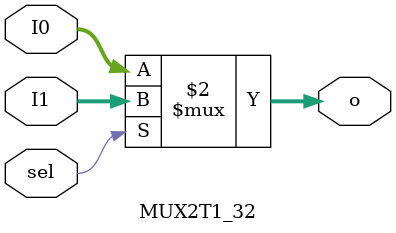
<source format=v>
`timescale 1ns / 1ps
module MUX2T1_32(
	input [31:0] I0,
	input [31:0] I1,
	input sel,
	output [31:0] o
    );
	assign o = sel == 0 ? I0 : I1;
endmodule

</source>
